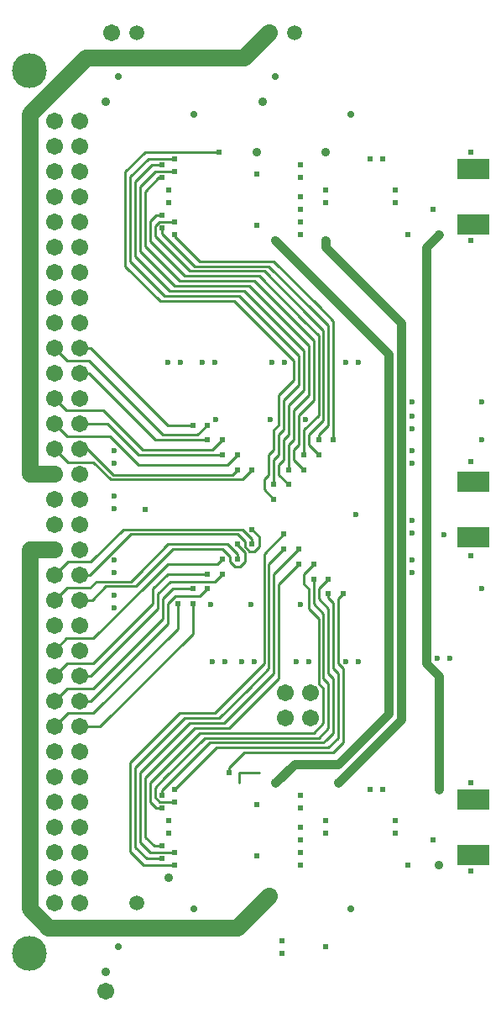
<source format=gbl>
G04 #@! TF.FileFunction,Copper,L4,Bot,Signal*
%FSLAX46Y46*%
G04 Gerber Fmt 4.6, Leading zero omitted, Abs format (unit mm)*
G04 Created by KiCad (PCBNEW 4.0.7-e2-6376~58~ubuntu16.04.1) date Sun Sep 16 22:19:27 2018*
%MOMM*%
%LPD*%
G01*
G04 APERTURE LIST*
%ADD10C,0.100000*%
%ADD11C,1.711200*%
%ADD12C,3.501200*%
%ADD13R,3.300000X2.000000*%
%ADD14C,0.604800*%
%ADD15C,0.700000*%
%ADD16C,1.500000*%
%ADD17C,0.600000*%
%ADD18C,1.711000*%
%ADD19C,0.900000*%
%ADD20C,0.254000*%
%ADD21C,0.900000*%
%ADD22C,1.711200*%
G04 APERTURE END LIST*
D10*
D11*
X140885000Y-141605000D03*
X140885000Y-139065000D03*
X140885000Y-136525000D03*
X140885000Y-133985000D03*
X140885000Y-131445000D03*
X140885000Y-128905000D03*
X140885000Y-126365000D03*
X140885000Y-123825000D03*
X140885000Y-121285000D03*
X140885000Y-118745000D03*
X140885000Y-116205000D03*
X140885000Y-113665000D03*
X140885000Y-111125000D03*
X140885000Y-108585000D03*
X140885000Y-106045000D03*
X140885000Y-103505000D03*
X140885000Y-100965000D03*
X140885000Y-98425000D03*
X140885000Y-95885000D03*
X140885000Y-93345000D03*
X140885000Y-90805000D03*
X140885000Y-88265000D03*
X140885000Y-85725000D03*
X140885000Y-83185000D03*
X140885000Y-80645000D03*
X140885000Y-78105000D03*
X140885000Y-75565000D03*
X140885000Y-73025000D03*
X140885000Y-70485000D03*
X140885000Y-67945000D03*
X140885000Y-65405000D03*
X140885000Y-62865000D03*
X143425000Y-62865000D03*
X143425000Y-65405000D03*
X143425000Y-67945000D03*
X143425000Y-70485000D03*
X143425000Y-73025000D03*
X143425000Y-75565000D03*
X143425000Y-78105000D03*
X143425000Y-80645000D03*
X143425000Y-83185000D03*
X143425000Y-85725000D03*
X143425000Y-88265000D03*
X143425000Y-90805000D03*
X143425000Y-93345000D03*
X143425000Y-95885000D03*
X143425000Y-98425000D03*
X143425000Y-100965000D03*
X143425000Y-103505000D03*
X143425000Y-106045000D03*
X143425000Y-108585000D03*
X143425000Y-111125000D03*
X143425000Y-113665000D03*
X143425000Y-116205000D03*
X143425000Y-118745000D03*
X143425000Y-121285000D03*
X143425000Y-123825000D03*
X143425000Y-126365000D03*
X143425000Y-128905000D03*
X143425000Y-131445000D03*
X143425000Y-133985000D03*
X143425000Y-136525000D03*
X143425000Y-139065000D03*
X143425000Y-141605000D03*
D12*
X138345000Y-57785000D03*
X138345000Y-146685000D03*
D13*
X183105000Y-73255000D03*
X183105000Y-67715000D03*
X183105000Y-104755000D03*
X183105000Y-99215000D03*
X183105000Y-136755000D03*
X183105000Y-131215000D03*
D11*
X166695000Y-122995000D03*
X166695000Y-120455000D03*
X164155000Y-120455000D03*
X164155000Y-122995000D03*
D14*
X168275000Y-146050000D03*
X163830000Y-145415000D03*
D15*
X147320000Y-146050000D03*
X163195000Y-58420000D03*
D16*
X149225000Y-141605000D03*
X165100000Y-53975000D03*
X149225000Y-53975000D03*
D15*
X147320000Y-58420000D03*
X154940000Y-62230000D03*
X170815000Y-62230000D03*
X154940000Y-142240000D03*
D14*
X182880000Y-74930000D03*
X182880000Y-66040000D03*
X182880000Y-106680000D03*
X182880000Y-97155000D03*
X182880000Y-138430000D03*
X182880000Y-129540000D03*
X161290000Y-131710000D03*
X161290000Y-136910000D03*
X165735000Y-137795000D03*
X165735000Y-135255000D03*
X165735000Y-130810000D03*
X152400000Y-134620000D03*
X161290000Y-68210000D03*
X161290000Y-73410000D03*
X165735000Y-74295000D03*
X165735000Y-67310000D03*
X150075000Y-101985000D03*
X172720000Y-66675000D03*
X168275000Y-69850000D03*
X175260000Y-69850000D03*
X176530000Y-74295000D03*
X179070000Y-71755000D03*
X173990000Y-66675000D03*
X152400000Y-71120000D03*
X172720000Y-130175000D03*
X173990000Y-130175000D03*
X176530000Y-137795000D03*
X179070000Y-135255000D03*
D17*
X180145000Y-104525000D03*
D14*
X168275000Y-133350000D03*
X175260000Y-133350000D03*
D17*
X166175000Y-92905000D03*
X162675000Y-92905000D03*
X157175000Y-92905000D03*
X156675000Y-111565000D03*
X160675000Y-111565000D03*
X165675000Y-111565000D03*
X171255000Y-102485000D03*
X180780000Y-116970000D03*
X183955000Y-109985000D03*
X176970000Y-91175000D03*
X183955000Y-94985000D03*
X157060000Y-87190000D03*
X162790000Y-87190000D03*
X171560000Y-87190000D03*
X152290000Y-87190000D03*
X146880000Y-101870000D03*
X146880000Y-97370000D03*
X146880000Y-107100000D03*
X146880000Y-111870000D03*
X156790000Y-117280000D03*
X161060000Y-117280000D03*
X165290000Y-117280000D03*
X171560000Y-117280000D03*
X176970000Y-107100000D03*
X176970000Y-104370000D03*
X176970000Y-97370000D03*
X176970000Y-92600000D03*
D14*
X165735000Y-71755000D03*
D15*
X170815000Y-142240000D03*
D18*
X146050000Y-150495000D03*
X146685000Y-53975000D03*
D19*
X146050000Y-148590000D03*
X146050000Y-60960000D03*
X163195000Y-74930000D03*
X161290000Y-66040000D03*
X163195000Y-129540000D03*
D14*
X165735000Y-133985000D03*
X165735000Y-132080000D03*
X165735000Y-70485000D03*
X165735000Y-68580000D03*
D19*
X152400000Y-139065000D03*
D14*
X152400000Y-133350000D03*
X152400000Y-69850000D03*
D17*
X179510000Y-116970000D03*
X183955000Y-91175000D03*
X155790000Y-87190000D03*
X164060000Y-87190000D03*
X170290000Y-87190000D03*
X153560000Y-87190000D03*
X146880000Y-100600000D03*
X146880000Y-96100000D03*
X146880000Y-108370000D03*
X146880000Y-110600000D03*
X158060000Y-117280000D03*
X159790000Y-117280000D03*
X166560000Y-117280000D03*
X170290000Y-117280000D03*
X176970000Y-108370000D03*
X176970000Y-103100000D03*
X176970000Y-96100000D03*
X176970000Y-93870000D03*
D14*
X153325000Y-111485000D03*
X154825000Y-109985000D03*
X156325000Y-108485000D03*
X157825000Y-106985000D03*
X159325000Y-106985000D03*
X160825000Y-105485000D03*
D18*
X162560000Y-53975000D03*
D19*
X161925000Y-60960000D03*
D14*
X163830000Y-146685000D03*
D18*
X162560000Y-140970000D03*
D14*
X160825000Y-97985000D03*
X159325000Y-96485000D03*
X157825000Y-94985000D03*
X156325000Y-93485000D03*
X154825000Y-93485000D03*
X156325000Y-94985000D03*
X157825000Y-96485000D03*
X159325000Y-97985000D03*
X160825000Y-103985000D03*
X159325000Y-105485000D03*
X157825000Y-108485000D03*
X156325000Y-109985000D03*
X154825000Y-111485000D03*
X165735000Y-73025000D03*
X165735000Y-136525000D03*
X153035000Y-66675000D03*
X163025000Y-99485000D03*
X151765000Y-67310000D03*
X164525000Y-99485000D03*
X153035000Y-67945000D03*
X164525000Y-97985000D03*
X151765000Y-68580000D03*
X166025000Y-97985000D03*
X166025000Y-96485000D03*
X151765000Y-72390000D03*
X153035000Y-73025000D03*
X167525000Y-96485000D03*
X151765000Y-73660000D03*
X167525000Y-94985000D03*
X153035000Y-74295000D03*
X169025000Y-94985000D03*
X153035000Y-130175000D03*
X168525000Y-110485000D03*
X151765000Y-130810000D03*
X168525000Y-108985000D03*
X153035000Y-131445000D03*
X167025000Y-108985000D03*
X167025000Y-107485000D03*
X151765000Y-132080000D03*
X151765000Y-135890000D03*
X165525000Y-107485000D03*
X153035000Y-136525000D03*
X165525000Y-105985000D03*
X151765000Y-137160000D03*
X164025000Y-105985000D03*
X153035000Y-137795000D03*
X164025000Y-104485000D03*
D19*
X179705000Y-130175000D03*
X179705000Y-137795000D03*
X179705000Y-74295000D03*
D14*
X175260000Y-71120000D03*
X175260000Y-134620000D03*
D19*
X168275000Y-66040000D03*
X168275000Y-74930000D03*
X169545000Y-129540000D03*
D14*
X168275000Y-71120000D03*
X168275000Y-134620000D03*
X158525000Y-128485000D03*
X170025000Y-110485000D03*
X163025000Y-100985000D03*
X157525000Y-65985000D03*
D20*
X159525000Y-129485000D02*
X159525000Y-128485000D01*
X159525000Y-128485000D02*
X161525000Y-128485000D01*
D21*
X163195000Y-74930000D02*
X174625000Y-86360000D01*
X165100000Y-127635000D02*
X163195000Y-129540000D01*
X169545000Y-127635000D02*
X165100000Y-127635000D01*
X174625000Y-122555000D02*
X169545000Y-127635000D01*
X174625000Y-86360000D02*
X174625000Y-122555000D01*
D20*
X153325000Y-113985000D02*
X144825000Y-122485000D01*
X153325000Y-111485000D02*
X153325000Y-113985000D01*
X142225000Y-122485000D02*
X140885000Y-123825000D01*
X144825000Y-122485000D02*
X142225000Y-122485000D01*
X151825000Y-111985000D02*
X151825000Y-112985000D01*
X153825000Y-109985000D02*
X152825000Y-109985000D01*
X152825000Y-109985000D02*
X151825000Y-110985000D01*
X154825000Y-109985000D02*
X153825000Y-109985000D01*
X151825000Y-111985000D02*
X151825000Y-110985000D01*
X142185000Y-119985000D02*
X140885000Y-121285000D01*
X144825000Y-119985000D02*
X142185000Y-119985000D01*
X151825000Y-112985000D02*
X144825000Y-119985000D01*
X150825000Y-111485000D02*
X144825000Y-117485000D01*
X142145000Y-117485000D02*
X140885000Y-118745000D01*
X144825000Y-117485000D02*
X142145000Y-117485000D01*
X156325000Y-108485000D02*
X152325000Y-108485000D01*
X150825000Y-109985000D02*
X150825000Y-111485000D01*
X152325000Y-108485000D02*
X150825000Y-109985000D01*
X150325000Y-109485000D02*
X144825000Y-114985000D01*
X142105000Y-114985000D02*
X140885000Y-116205000D01*
X144825000Y-114985000D02*
X142105000Y-114985000D01*
X157825000Y-106985000D02*
X157325000Y-107485000D01*
X157325000Y-107485000D02*
X156325000Y-107485000D01*
X156325000Y-107485000D02*
X152825000Y-107485000D01*
X152325000Y-107485000D02*
X150325000Y-109485000D01*
X152825000Y-107485000D02*
X152325000Y-107485000D01*
X144475000Y-109885000D02*
X142125000Y-109885000D01*
X145125000Y-109235000D02*
X144475000Y-109885000D01*
X149325000Y-108485000D02*
X148575000Y-109235000D01*
X148575000Y-109235000D02*
X146825000Y-109235000D01*
X157325000Y-105485000D02*
X152325000Y-105485000D01*
X159325000Y-106485000D02*
X158325000Y-105485000D01*
X158325000Y-105485000D02*
X157325000Y-105485000D01*
X159325000Y-106985000D02*
X159325000Y-106485000D01*
X152325000Y-105485000D02*
X149325000Y-108485000D01*
X146825000Y-109235000D02*
X145125000Y-109235000D01*
X142125000Y-109885000D02*
X140885000Y-111125000D01*
X144825000Y-106985000D02*
X144575000Y-107235000D01*
X147825000Y-103985000D02*
X144825000Y-106985000D01*
X151825000Y-103985000D02*
X151325000Y-103985000D01*
X158825000Y-103985000D02*
X151825000Y-103985000D01*
X160825000Y-105485000D02*
X160825000Y-104985000D01*
X160825000Y-104985000D02*
X159825000Y-103985000D01*
X158825000Y-103985000D02*
X159825000Y-103985000D01*
X151325000Y-103985000D02*
X147825000Y-103985000D01*
X142235000Y-107235000D02*
X140885000Y-108585000D01*
X144575000Y-107235000D02*
X142235000Y-107235000D01*
D22*
X158750000Y-56515000D02*
X160020000Y-56515000D01*
X138430000Y-98425000D02*
X138430000Y-62230000D01*
X138430000Y-62230000D02*
X144145000Y-56515000D01*
X144145000Y-56515000D02*
X158750000Y-56515000D01*
X140885000Y-98425000D02*
X138430000Y-98425000D01*
X160020000Y-56515000D02*
X162560000Y-53975000D01*
X159385000Y-144145000D02*
X162560000Y-140970000D01*
X140335000Y-144145000D02*
X159385000Y-144145000D01*
X138430000Y-106045000D02*
X138430000Y-142240000D01*
X138430000Y-142240000D02*
X140335000Y-144145000D01*
X140885000Y-106045000D02*
X138430000Y-106045000D01*
D20*
X144825000Y-97235000D02*
X142235000Y-97235000D01*
X159825000Y-98985000D02*
X146575000Y-98985000D01*
X160825000Y-97985000D02*
X159825000Y-98985000D01*
X146575000Y-98985000D02*
X144825000Y-97235000D01*
X142235000Y-97235000D02*
X140885000Y-95885000D01*
X146825000Y-94985000D02*
X146475000Y-94635000D01*
X149325000Y-97485000D02*
X146825000Y-94985000D01*
X159325000Y-96485000D02*
X158325000Y-97485000D01*
X158325000Y-97485000D02*
X153325000Y-97485000D01*
X153325000Y-97485000D02*
X149325000Y-97485000D01*
X142175000Y-94635000D02*
X140885000Y-93345000D01*
X146475000Y-94635000D02*
X142175000Y-94635000D01*
X146325000Y-92485000D02*
X146075000Y-92235000D01*
X156825000Y-95985000D02*
X149825000Y-95985000D01*
X149825000Y-95985000D02*
X146325000Y-92485000D01*
X157825000Y-94985000D02*
X156825000Y-95985000D01*
X142065000Y-91985000D02*
X140885000Y-90805000D01*
X145825000Y-91985000D02*
X142065000Y-91985000D01*
X146075000Y-92235000D02*
X145825000Y-91985000D01*
X156325000Y-93485000D02*
X155325000Y-94485000D01*
X142145000Y-86985000D02*
X140885000Y-85725000D01*
X144325000Y-86985000D02*
X142145000Y-86985000D01*
X151825000Y-94485000D02*
X144325000Y-86985000D01*
X155325000Y-94485000D02*
X151825000Y-94485000D01*
X154825000Y-93485000D02*
X152325000Y-93485000D01*
X144565000Y-85725000D02*
X143425000Y-85725000D01*
X152325000Y-93485000D02*
X144565000Y-85725000D01*
X156325000Y-94985000D02*
X151075000Y-94985000D01*
X144355000Y-88265000D02*
X143425000Y-88265000D01*
X151075000Y-94985000D02*
X144355000Y-88265000D01*
X157825000Y-96485000D02*
X149325000Y-96485000D01*
X146185000Y-93345000D02*
X143425000Y-93345000D01*
X149325000Y-96485000D02*
X146185000Y-93345000D01*
X159325000Y-97985000D02*
X158825000Y-98485000D01*
X146825000Y-98485000D02*
X144225000Y-95885000D01*
X158825000Y-98485000D02*
X146825000Y-98485000D01*
X144225000Y-95885000D02*
X143425000Y-95885000D01*
X151825000Y-104485000D02*
X148575000Y-104485000D01*
X158825000Y-104485000D02*
X159325000Y-104485000D01*
X160825000Y-103985000D02*
X161575000Y-104735000D01*
X160075000Y-105735000D02*
X160075000Y-105235000D01*
X160575000Y-106235000D02*
X160075000Y-105735000D01*
X161075000Y-106235000D02*
X160575000Y-106235000D01*
X161575000Y-105735000D02*
X161075000Y-106235000D01*
X161575000Y-105485000D02*
X161575000Y-105735000D01*
X161575000Y-104735000D02*
X161575000Y-105485000D01*
X159325000Y-104485000D02*
X160075000Y-105235000D01*
X158825000Y-104485000D02*
X152325000Y-104485000D01*
X152325000Y-104485000D02*
X151825000Y-104485000D01*
X144475000Y-108585000D02*
X143425000Y-108585000D01*
X148575000Y-104485000D02*
X144475000Y-108585000D01*
X146825000Y-109735000D02*
X146075000Y-109735000D01*
X144685000Y-111125000D02*
X143425000Y-111125000D01*
X146075000Y-109735000D02*
X144685000Y-111125000D01*
X149825000Y-108985000D02*
X149075000Y-109735000D01*
X149075000Y-109735000D02*
X146825000Y-109735000D01*
X146825000Y-109735000D02*
X146825000Y-109735000D01*
X157325000Y-105985000D02*
X152825000Y-105985000D01*
X157825000Y-105985000D02*
X157325000Y-105985000D01*
X159325000Y-105485000D02*
X159325000Y-105559740D01*
X160075000Y-106309740D02*
X160075000Y-106735000D01*
X159325000Y-105559740D02*
X160075000Y-106309740D01*
X158575000Y-107235000D02*
X158575000Y-106735000D01*
X159075000Y-107735000D02*
X158575000Y-107235000D01*
X159575000Y-107735000D02*
X159075000Y-107735000D01*
X160075000Y-107235000D02*
X159575000Y-107735000D01*
X160075000Y-106735000D02*
X160075000Y-107235000D01*
X158575000Y-106735000D02*
X157825000Y-105985000D01*
X152825000Y-105985000D02*
X149825000Y-108985000D01*
X143425000Y-118745000D02*
X144565000Y-118745000D01*
X152575000Y-109235000D02*
X151325000Y-110485000D01*
X151325000Y-110485000D02*
X151325000Y-111985000D01*
X157825000Y-108485000D02*
X157075000Y-109235000D01*
X157075000Y-109235000D02*
X154825000Y-109235000D01*
X154825000Y-109235000D02*
X152575000Y-109235000D01*
X144565000Y-118745000D02*
X151325000Y-111985000D01*
X143425000Y-121285000D02*
X144525000Y-121285000D01*
X154325000Y-110735000D02*
X153075000Y-110735000D01*
X153075000Y-110735000D02*
X152325000Y-111485000D01*
X155575000Y-110735000D02*
X154325000Y-110735000D01*
X156325000Y-109985000D02*
X155575000Y-110735000D01*
X152325000Y-111985000D02*
X152325000Y-111485000D01*
X152325000Y-113485000D02*
X152325000Y-111985000D01*
X144525000Y-121285000D02*
X152325000Y-113485000D01*
X154825000Y-113985000D02*
X154825000Y-114485000D01*
X154825000Y-113985000D02*
X154825000Y-111485000D01*
X145485000Y-123825000D02*
X143425000Y-123825000D01*
X154825000Y-114485000D02*
X145485000Y-123825000D01*
X158525000Y-80485000D02*
X152025000Y-80485000D01*
X159525000Y-80485000D02*
X158525000Y-80485000D01*
X165525000Y-86985000D02*
X165525000Y-86485000D01*
X164025000Y-90985000D02*
X165525000Y-89485000D01*
X163025000Y-99485000D02*
X163025000Y-96985000D01*
X163525000Y-94485000D02*
X164025000Y-93985000D01*
X163525000Y-96485000D02*
X163525000Y-94485000D01*
X163025000Y-96985000D02*
X163525000Y-96485000D01*
X164025000Y-93985000D02*
X164025000Y-90985000D01*
X165525000Y-89485000D02*
X165525000Y-86985000D01*
X165525000Y-86485000D02*
X164025000Y-84985000D01*
X164025000Y-84985000D02*
X159525000Y-80485000D01*
X150335000Y-66675000D02*
X153035000Y-66675000D01*
X148525000Y-68485000D02*
X150335000Y-66675000D01*
X148525000Y-76985000D02*
X148525000Y-68485000D01*
X152025000Y-80485000D02*
X148525000Y-76985000D01*
X151765000Y-67310000D02*
X150700000Y-67310000D01*
X160025000Y-79985000D02*
X158525000Y-79985000D01*
X166025000Y-86985000D02*
X166025000Y-85985000D01*
X163525000Y-98485000D02*
X163525000Y-97485000D01*
X163525000Y-97485000D02*
X164025000Y-96985000D01*
X164025000Y-96985000D02*
X164025000Y-94985000D01*
X164025000Y-94985000D02*
X164525000Y-94485000D01*
X164525000Y-94485000D02*
X164525000Y-91485000D01*
X164525000Y-91485000D02*
X166025000Y-89985000D01*
X164525000Y-99485000D02*
X163525000Y-98485000D01*
X166025000Y-89985000D02*
X166025000Y-86985000D01*
X166025000Y-85985000D02*
X164525000Y-84485000D01*
X164525000Y-84485000D02*
X160025000Y-79985000D01*
X152525000Y-79985000D02*
X158525000Y-79985000D01*
X149025000Y-76485000D02*
X152525000Y-79985000D01*
X149025000Y-68985000D02*
X149025000Y-76485000D01*
X150700000Y-67310000D02*
X149025000Y-68985000D01*
X158525000Y-79485000D02*
X153025000Y-79485000D01*
X160525000Y-79485000D02*
X158525000Y-79485000D01*
X166525000Y-86985000D02*
X166525000Y-85485000D01*
X164525000Y-95485000D02*
X165025000Y-94985000D01*
X165025000Y-94985000D02*
X165025000Y-91985000D01*
X165025000Y-91985000D02*
X166525000Y-90485000D01*
X164525000Y-97985000D02*
X164525000Y-95485000D01*
X166525000Y-90485000D02*
X166525000Y-86985000D01*
X166525000Y-85485000D02*
X165025000Y-83985000D01*
X165025000Y-83985000D02*
X160525000Y-79485000D01*
X151065000Y-67945000D02*
X153035000Y-67945000D01*
X149525000Y-69485000D02*
X151065000Y-67945000D01*
X149525000Y-75985000D02*
X149525000Y-69485000D01*
X153025000Y-79485000D02*
X149525000Y-75985000D01*
X151765000Y-68580000D02*
X151430000Y-68580000D01*
X161025000Y-78985000D02*
X158525000Y-78985000D01*
X167025000Y-86985000D02*
X167025000Y-84985000D01*
X165025000Y-96985000D02*
X165025000Y-95985000D01*
X165025000Y-95985000D02*
X165525000Y-95485000D01*
X165525000Y-95485000D02*
X165525000Y-92485000D01*
X165525000Y-92485000D02*
X167025000Y-90985000D01*
X166025000Y-97985000D02*
X165025000Y-96985000D01*
X167025000Y-90985000D02*
X167025000Y-86985000D01*
X167025000Y-84985000D02*
X165525000Y-83485000D01*
X165525000Y-83485000D02*
X161025000Y-78985000D01*
X153525000Y-78985000D02*
X158525000Y-78985000D01*
X150025000Y-75485000D02*
X153525000Y-78985000D01*
X150025000Y-69985000D02*
X150025000Y-75485000D01*
X151430000Y-68580000D02*
X150025000Y-69985000D01*
X151765000Y-72390000D02*
X151120000Y-72390000D01*
X161525000Y-78485000D02*
X158525000Y-78485000D01*
X167525000Y-91985000D02*
X167525000Y-84485000D01*
X167525000Y-84485000D02*
X166025000Y-82985000D01*
X166025000Y-93985000D02*
X167525000Y-92485000D01*
X166025000Y-96485000D02*
X166025000Y-93985000D01*
X167525000Y-92485000D02*
X167525000Y-91985000D01*
X166025000Y-82985000D02*
X161525000Y-78485000D01*
X154025000Y-78485000D02*
X158525000Y-78485000D01*
X150525000Y-74985000D02*
X154025000Y-78485000D01*
X150525000Y-72985000D02*
X150525000Y-74985000D01*
X151120000Y-72390000D02*
X150525000Y-72985000D01*
X153035000Y-73025000D02*
X151485000Y-73025000D01*
X162025000Y-77985000D02*
X158525000Y-77985000D01*
X168025000Y-85985000D02*
X168025000Y-83985000D01*
X168025000Y-86745000D02*
X168025000Y-86995000D01*
X168025000Y-86745000D02*
X168025000Y-85985000D01*
X168025000Y-83985000D02*
X166525000Y-82485000D01*
X166525000Y-82485000D02*
X162025000Y-77985000D01*
X154525000Y-77985000D02*
X158525000Y-77985000D01*
X151025000Y-74485000D02*
X154525000Y-77985000D01*
X151025000Y-73485000D02*
X151025000Y-74485000D01*
X151485000Y-73025000D02*
X151025000Y-73485000D01*
X168025000Y-92985000D02*
X168025000Y-86995000D01*
X166525000Y-95485000D02*
X166525000Y-94485000D01*
X166525000Y-94485000D02*
X168025000Y-92985000D01*
X167525000Y-96485000D02*
X166525000Y-95485000D01*
X168025000Y-86995000D02*
X168025000Y-86985000D01*
X167025000Y-95985000D02*
X167525000Y-96485000D01*
X157525000Y-77485000D02*
X159525000Y-77485000D01*
X155025000Y-77485000D02*
X157525000Y-77485000D01*
X151765000Y-73660000D02*
X151765000Y-74225000D01*
X151765000Y-74225000D02*
X155025000Y-77485000D01*
X167025000Y-81985000D02*
X162525000Y-77485000D01*
X162525000Y-77485000D02*
X159525000Y-77485000D01*
X168525000Y-86985000D02*
X168525000Y-83485000D01*
X167525000Y-94485000D02*
X167775000Y-94235000D01*
X167525000Y-94985000D02*
X167525000Y-94485000D01*
X168525000Y-93485000D02*
X167775000Y-94235000D01*
X168525000Y-93485000D02*
X168525000Y-87985000D01*
X168525000Y-86985000D02*
X168525000Y-87985000D01*
X168525000Y-83485000D02*
X167025000Y-81985000D01*
X159525000Y-77485000D02*
X158525000Y-77485000D01*
X158525000Y-77485000D02*
X158525000Y-77485000D01*
X153035000Y-74295000D02*
X153035000Y-74495000D01*
X163025000Y-76985000D02*
X158525000Y-76985000D01*
X169025000Y-86485000D02*
X169025000Y-82985000D01*
X169025000Y-82985000D02*
X167525000Y-81485000D01*
X169025000Y-86485000D02*
X169025000Y-86995000D01*
X167525000Y-81485000D02*
X163025000Y-76985000D01*
X155525000Y-76985000D02*
X158525000Y-76985000D01*
X153035000Y-74495000D02*
X155525000Y-76985000D01*
X169025000Y-94485000D02*
X169025000Y-87630000D01*
X169025000Y-87630000D02*
X169025000Y-86995000D01*
X169025000Y-94985000D02*
X169025000Y-94485000D01*
X169025000Y-86995000D02*
X169025000Y-86985000D01*
X164525000Y-125985000D02*
X157225000Y-125985000D01*
X169525000Y-124460000D02*
X169525000Y-124985000D01*
X168525000Y-125985000D02*
X164525000Y-125985000D01*
X169525000Y-124985000D02*
X168525000Y-125985000D01*
X169525000Y-123485000D02*
X169525000Y-124460000D01*
X169525000Y-118485000D02*
X169025000Y-117985000D01*
X168525000Y-110891402D02*
X169025000Y-111391402D01*
X169025000Y-111391402D02*
X169025000Y-117985000D01*
X168525000Y-110485000D02*
X168525000Y-110891402D01*
X169525000Y-123485000D02*
X169525000Y-118485000D01*
X157225000Y-125985000D02*
X153035000Y-130175000D01*
X164525000Y-125485000D02*
X156525000Y-125485000D01*
X164527500Y-125482500D02*
X164525000Y-125485000D01*
X168027500Y-125482500D02*
X164527500Y-125482500D01*
X151765000Y-130245000D02*
X151765000Y-130810000D01*
X156525000Y-125485000D02*
X151765000Y-130245000D01*
X169025000Y-123485000D02*
X169025000Y-124485000D01*
X168525000Y-117985000D02*
X168525000Y-118485000D01*
X168525000Y-108985000D02*
X167525000Y-109985000D01*
X167525000Y-110985000D02*
X168525000Y-111985000D01*
X168525000Y-111985000D02*
X168525000Y-117985000D01*
X167525000Y-109985000D02*
X167525000Y-110985000D01*
X168525000Y-118485000D02*
X169025000Y-118985000D01*
X169025000Y-123485000D02*
X169025000Y-118985000D01*
X169025000Y-124485000D02*
X168345000Y-125165000D01*
X168345000Y-125165000D02*
X168027500Y-125482500D01*
X168027500Y-125482500D02*
X168025000Y-125485000D01*
X164525000Y-124985000D02*
X156025000Y-124985000D01*
X167527500Y-124982500D02*
X167005000Y-124982500D01*
X167005000Y-124982500D02*
X167005000Y-124985000D01*
X167005000Y-124985000D02*
X164525000Y-124985000D01*
X151485000Y-131445000D02*
X151025000Y-130985000D01*
X151025000Y-130985000D02*
X151025000Y-129985000D01*
X151025000Y-129985000D02*
X152025000Y-128985000D01*
X153035000Y-131445000D02*
X151485000Y-131445000D01*
X156025000Y-124985000D02*
X152025000Y-128985000D01*
X168525000Y-123485000D02*
X168525000Y-123985000D01*
X168025000Y-117985000D02*
X168025000Y-118985000D01*
X167025000Y-111485000D02*
X168025000Y-112485000D01*
X168025000Y-112485000D02*
X168025000Y-117985000D01*
X167025000Y-108985000D02*
X167025000Y-111485000D01*
X168025000Y-118985000D02*
X168525000Y-119485000D01*
X168525000Y-123485000D02*
X168525000Y-119485000D01*
X168525000Y-123985000D02*
X167527500Y-124982500D01*
X167527500Y-124982500D02*
X167525000Y-124985000D01*
X164525000Y-124485000D02*
X155525000Y-124485000D01*
X167525000Y-117985000D02*
X167525000Y-119485000D01*
X166525000Y-111985000D02*
X167525000Y-112985000D01*
X167525000Y-112985000D02*
X167525000Y-117985000D01*
X166025000Y-108485000D02*
X166025000Y-109485000D01*
X166025000Y-109485000D02*
X166525000Y-109985000D01*
X167025000Y-107485000D02*
X166025000Y-108485000D01*
X166525000Y-109985000D02*
X166525000Y-111985000D01*
X167525000Y-119485000D02*
X168025000Y-119985000D01*
X166370000Y-124485000D02*
X167025000Y-124485000D01*
X167025000Y-124485000D02*
X168025000Y-123485000D01*
X168025000Y-123485000D02*
X168025000Y-119985000D01*
X166370000Y-124485000D02*
X164525000Y-124485000D01*
X151120000Y-132080000D02*
X150525000Y-131485000D01*
X150525000Y-131485000D02*
X150525000Y-129485000D01*
X150525000Y-129485000D02*
X151525000Y-128485000D01*
X151765000Y-132080000D02*
X151120000Y-132080000D01*
X155525000Y-124485000D02*
X151525000Y-128485000D01*
X151765000Y-135890000D02*
X150930000Y-135890000D01*
X155025000Y-123985000D02*
X158525000Y-123985000D01*
X163525000Y-118985000D02*
X161525000Y-120985000D01*
X163525000Y-117485000D02*
X163525000Y-109985000D01*
X165525000Y-107485000D02*
X163525000Y-109485000D01*
X163525000Y-109485000D02*
X163525000Y-109985000D01*
X163525000Y-117485000D02*
X163525000Y-118985000D01*
X158525000Y-123985000D02*
X161525000Y-120985000D01*
X154525000Y-124485000D02*
X155025000Y-123985000D01*
X150025000Y-128985000D02*
X154525000Y-124485000D01*
X150025000Y-134985000D02*
X150025000Y-128985000D01*
X150930000Y-135890000D02*
X150025000Y-134985000D01*
X153035000Y-136525000D02*
X150565000Y-136525000D01*
X154525000Y-123485000D02*
X154025000Y-123985000D01*
X158025000Y-123485000D02*
X161025000Y-120485000D01*
X163025000Y-108485000D02*
X163025000Y-108985000D01*
X165525000Y-105985000D02*
X163025000Y-108485000D01*
X163025000Y-117485000D02*
X163025000Y-108985000D01*
X163025000Y-117485000D02*
X163025000Y-118485000D01*
X163025000Y-118485000D02*
X161025000Y-120485000D01*
X158025000Y-123485000D02*
X154525000Y-123485000D01*
X149525000Y-128485000D02*
X154025000Y-123985000D01*
X149525000Y-135485000D02*
X149525000Y-128485000D01*
X150565000Y-136525000D02*
X149525000Y-135485000D01*
X151765000Y-137160000D02*
X150200000Y-137160000D01*
X154025000Y-122985000D02*
X153525000Y-123485000D01*
X157525000Y-122985000D02*
X160525000Y-119985000D01*
X162525000Y-117485000D02*
X162525000Y-107985000D01*
X164025000Y-105985000D02*
X162525000Y-107485000D01*
X162525000Y-107485000D02*
X162525000Y-107985000D01*
X162525000Y-117485000D02*
X162525000Y-117985000D01*
X162525000Y-117985000D02*
X160525000Y-119985000D01*
X157525000Y-122985000D02*
X154025000Y-122985000D01*
X149025000Y-127985000D02*
X153525000Y-123485000D01*
X149025000Y-135985000D02*
X149025000Y-127985000D01*
X150200000Y-137160000D02*
X149025000Y-135985000D01*
X153035000Y-137795000D02*
X149835000Y-137795000D01*
X157025000Y-122485000D02*
X153525000Y-122485000D01*
X161525000Y-117985000D02*
X160025000Y-119485000D01*
X161525000Y-117985000D02*
X162025000Y-117485000D01*
X162025000Y-106485000D02*
X162025000Y-106985000D01*
X164025000Y-104485000D02*
X162025000Y-106485000D01*
X162025000Y-117485000D02*
X162025000Y-106985000D01*
X160025000Y-119485000D02*
X157025000Y-122485000D01*
X148525000Y-127485000D02*
X153525000Y-122485000D01*
X148525000Y-136485000D02*
X148525000Y-127485000D01*
X149835000Y-137795000D02*
X148525000Y-136485000D01*
D21*
X179705000Y-130175000D02*
X179705000Y-118745000D01*
X178435000Y-75565000D02*
X179705000Y-74295000D01*
X178435000Y-117475000D02*
X178435000Y-75565000D01*
X179705000Y-118745000D02*
X178435000Y-117475000D01*
X175895000Y-122555000D02*
X175895000Y-123190000D01*
X168275000Y-75565000D02*
X175895000Y-83185000D01*
X175895000Y-83185000D02*
X175895000Y-122555000D01*
X168275000Y-74930000D02*
X168275000Y-75565000D01*
X175895000Y-123190000D02*
X169545000Y-129540000D01*
D20*
X164525000Y-126485000D02*
X160025000Y-126485000D01*
X170025000Y-125485000D02*
X169025000Y-126485000D01*
X169025000Y-126485000D02*
X164525000Y-126485000D01*
X170025000Y-123485000D02*
X170025000Y-117985000D01*
X169525000Y-110985000D02*
X170025000Y-110485000D01*
X169525000Y-110985000D02*
X169525000Y-117485000D01*
X169525000Y-117485000D02*
X170025000Y-117985000D01*
X170025000Y-123485000D02*
X170025000Y-125485000D01*
X158525000Y-127985000D02*
X158525000Y-128485000D01*
X160025000Y-126485000D02*
X158525000Y-127985000D01*
X159025000Y-80985000D02*
X158525000Y-80985000D01*
X163525000Y-85485000D02*
X165025000Y-86985000D01*
X163525000Y-90485000D02*
X165025000Y-88985000D01*
X163025000Y-95985000D02*
X163025000Y-93985000D01*
X162025000Y-99985000D02*
X162025000Y-98985000D01*
X162025000Y-98985000D02*
X162525000Y-98485000D01*
X162525000Y-98485000D02*
X162525000Y-96485000D01*
X162525000Y-96485000D02*
X163025000Y-95985000D01*
X163025000Y-100985000D02*
X162025000Y-99985000D01*
X163025000Y-93985000D02*
X163525000Y-93485000D01*
X163525000Y-93485000D02*
X163525000Y-90485000D01*
X165025000Y-88985000D02*
X165025000Y-86985000D01*
X163525000Y-85485000D02*
X159025000Y-80985000D01*
X151525000Y-80985000D02*
X158525000Y-80985000D01*
X148025000Y-77485000D02*
X151525000Y-80985000D01*
X148025000Y-67985000D02*
X148025000Y-77485000D01*
X150025000Y-65985000D02*
X148025000Y-67985000D01*
X157525000Y-65985000D02*
X150025000Y-65985000D01*
M02*

</source>
